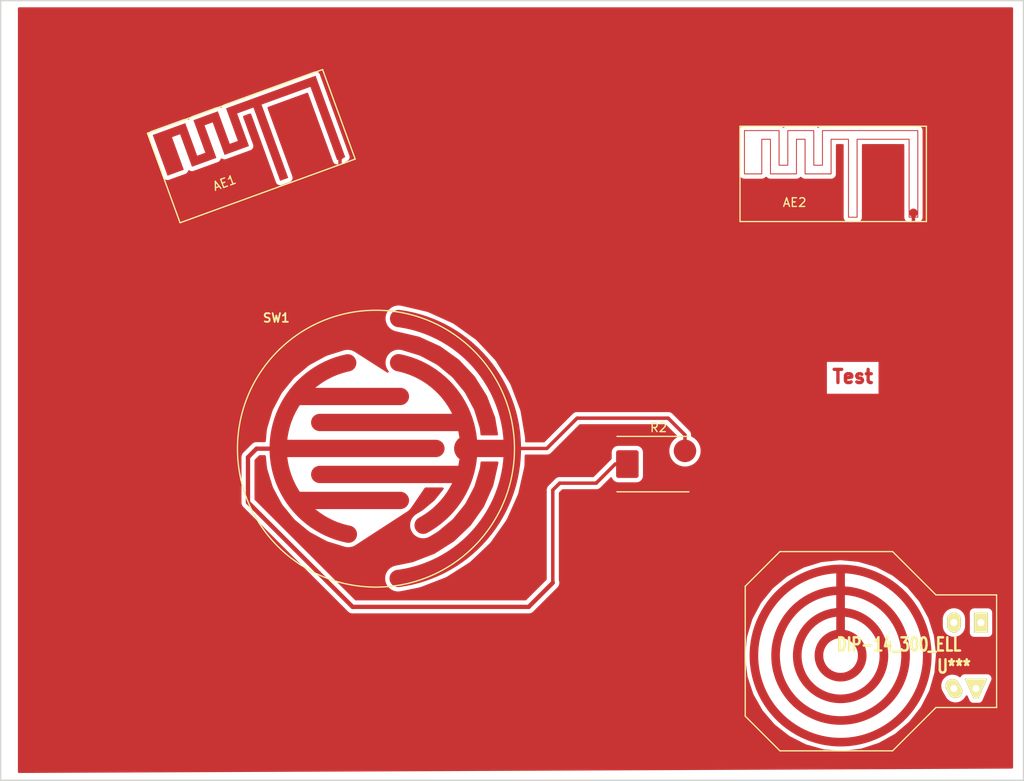
<source format=kicad_pcb>
(kicad_pcb (version 20190331) (host pcbnew "(5.1.0-169-g1fa407f89)")

  (general
    (thickness 1.6)
    (drawings 5)
    (tracks 19)
    (zones 0)
    (modules 5)
    (nets 4)
  )

  (page "A4")
  (layers
    (0 "F.Cu" signal)
    (31 "B.Cu" signal)
    (32 "B.Adhes" user)
    (33 "F.Adhes" user)
    (34 "B.Paste" user)
    (35 "F.Paste" user)
    (36 "B.SilkS" user)
    (37 "F.SilkS" user)
    (38 "B.Mask" user)
    (39 "F.Mask" user)
    (40 "Dwgs.User" user hide)
    (41 "Cmts.User" user)
    (42 "Eco1.User" user)
    (43 "Eco2.User" user)
    (44 "Edge.Cuts" user)
    (45 "Margin" user)
    (46 "B.CrtYd" user)
    (47 "F.CrtYd" user)
    (48 "B.Fab" user)
    (49 "F.Fab" user)
  )

  (setup
    (last_trace_width 0.4)
    (trace_clearance 0.4)
    (zone_clearance 0.5)
    (zone_45_only no)
    (trace_min 0.2)
    (via_size 0.6)
    (via_drill 0.4)
    (via_min_size 0.4)
    (via_min_drill 0.3)
    (uvia_size 0.3)
    (uvia_drill 0.1)
    (uvias_allowed no)
    (uvia_min_size 0.2)
    (uvia_min_drill 0.1)
    (edge_width 0.15)
    (segment_width 0.2)
    (pcb_text_width 0.3)
    (pcb_text_size 1.5 1.5)
    (mod_edge_width 0.15)
    (mod_text_size 1 1)
    (mod_text_width 0.15)
    (pad_size 1 1)
    (pad_drill 0)
    (pad_to_mask_clearance 0.2)
    (aux_axis_origin 0 0)
    (visible_elements 7FFFFFFF)
    (pcbplotparams
      (layerselection 0x000fc_ffffffff)
      (usegerberextensions false)
      (usegerberattributes true)
      (usegerberadvancedattributes true)
      (creategerberjobfile true)
      (excludeedgelayer true)
      (linewidth 0.150000)
      (plotframeref false)
      (viasonmask false)
      (mode 1)
      (useauxorigin false)
      (hpglpennumber 1)
      (hpglpenspeed 20)
      (hpglpendiameter 15.000000)
      (psnegative false)
      (psa4output false)
      (plotreference true)
      (plotvalue true)
      (plotinvisibletext false)
      (padsonsilk false)
      (subtractmaskfromsilk false)
      (outputformat 1)
      (mirror false)
      (drillshape 0)
      (scaleselection 1)
      (outputdirectory "plots"))
  )

  (net 0 "")
  (net 1 "/PAD2")
  (net 2 "/PAD1")
  (net 3 "GND")

  (net_class "Default" "This is the default net class."
    (clearance 0.4)
    (trace_width 0.4)
    (via_dia 0.6)
    (via_drill 0.4)
    (uvia_dia 0.3)
    (uvia_drill 0.1)
    (add_net "/PAD1")
    (add_net "/PAD2")
    (add_net "GND")
  )

  (module "Dip_sockets:DIP-14__300_ELL" (layer "F.Cu") (tedit 5CAA04DA) (tstamp 56AE982A)
    (at 165.9 123.6 180)
    (descr "14 pins DIL package, elliptical pads")
    (tags "DIL")
    (fp_text reference "U***" (at -5.08 -1.27 180) (layer "F.SilkS")
      (effects (font (size 1.524 1.143) (thickness 0.3048)))
    )
    (fp_text value "DIP-14_300_ELL" (at 1.27 1.27 180) (layer "F.SilkS")
      (effects (font (size 1.524 1.143) (thickness 0.3048)))
    )
    (fp_line (start -10 -11) (end 19 -11) (layer "F.CrtYd") (width 0.15))
    (fp_line (start 19 -11) (end 19 12) (layer "F.CrtYd") (width 0.15))
    (fp_line (start 19 12) (end -10 12) (layer "F.CrtYd") (width 0.15))
    (fp_line (start -10 12) (end -10 -11) (layer "F.CrtYd") (width 0.15))
    (fp_line (start -9 -6) (end -3 -6) (layer "F.SilkS") (width 0.15))
    (fp_line (start -3 -6) (end 2 -11) (layer "F.SilkS") (width 0.15))
    (fp_line (start 2 -11) (end 15 -11) (layer "F.SilkS") (width 0.15))
    (fp_line (start 15 -11) (end 19 -7) (layer "F.SilkS") (width 0.15))
    (fp_line (start 19 -7) (end 19 8) (layer "F.SilkS") (width 0.15))
    (fp_line (start 19 8) (end 15 12) (layer "F.SilkS") (width 0.15))
    (fp_line (start 15 12) (end 2 12) (layer "F.SilkS") (width 0.15))
    (fp_line (start 2 12) (end -3 7) (layer "F.SilkS") (width 0.15))
    (fp_line (start -3 7) (end -10 7) (layer "F.SilkS") (width 0.15))
    (fp_line (start -10 7) (end -10 -6) (layer "F.SilkS") (width 0.15))
    (fp_line (start -10 -6) (end -9 -6) (layer "F.SilkS") (width 0.15))
    (pad "3" thru_hole trapezoid (at -7.62 -3.81 180) (size 1.5748 2.286) (rect_delta 0 1 ) (drill 0.8128) (layers *.Cu *.Mask "F.SilkS"))
    (pad "4" thru_hole oval (at -5.08 -3.81 210) (size 1.5748 2.286) (drill 0.8128) (layers *.Cu *.Mask "F.SilkS"))
    (pad "5" connect custom (at 8 10 180) (size 1 1) (layers "F.Cu" "F.Mask")
      (zone_connect 0)
      (options (clearance convexhull) (anchor circle))
      (primitives
        (gr_circle (center 0 -10) (end 2.5 -10) (width 1))
        (gr_circle (center 0 -10) (end 5 -10) (width 1))
        (gr_circle (center 0 -10) (end 7.5 -10) (width 1))
        (gr_circle (center 0 -10) (end 10 -10) (width 1))
        (gr_line (start 0 0) (end 0 -7.5) (width 1))
      ))
    (pad "2" thru_hole oval (at -5.08 3.81 180) (size 1.5748 2.286) (drill 0.8128) (layers *.Cu *.Mask "F.SilkS"))
    (pad "1" thru_hole rect (at -8.2 3.8 180) (size 1.5748 2.286) (drill 0.8128) (layers *.Cu *.Mask "F.SilkS"))
    (model "dil/dil_14.wrl"
      (at (xyz 0 0 0))
      (scale (xyz 1 1 1))
      (rotate (xyz 0 0 0))
    )
  )

  (module "Discret:C2" (layer "F.Cu") (tedit 5A460B95) (tstamp 5A34C6D0)
    (at 104.299 99.72)
    (descr "Condensateur = 2 pas")
    (tags "C")
    (path "/56A7CE3B")
    (fp_text reference "SW1" (at -11.5 -15.1) (layer "F.SilkS")
      (effects (font (size 1 1) (thickness 0.2)))
    )
    (fp_text value "R" (at -13.4 14) (layer "F.SilkS") hide
      (effects (font (size 1.016 1.016) (thickness 0.2032)))
    )
    (fp_circle (center 0 0) (end 11.3 -11.3) (layer "F.SilkS") (width 0.15))
    (fp_circle (center 0 0) (end 17 3) (layer "F.CrtYd") (width 0.05))
    (pad "2" connect custom (at 10.509 -0.025 270) (size 3 3) (layers "F.Cu" "F.Mask")
      (net 1 "/PAD2") (zone_connect 0)
      (options (clearance outline) (anchor circle))
      (primitives
        (gr_line (start 3 0.5) (end 3 17) (width 2))
        (gr_line (start -3 0.5) (end -3 17) (width 2))
        (gr_arc (start 0 9.9) (end -9.9 7.9) (angle 140) (width 2))
        (gr_arc (start 0 9.9) (end -15 7.9) (angle 165) (width 2))
        (gr_line (start 0 0) (end 0 -5) (width 2))
      ))
    (pad "1" connect custom (at -11.081 -0.025 90) (size 1.397 1.397) (layers "F.Cu" "F.Mask")
      (net 2 "/PAD1") (solder_mask_margin 0.5) (zone_connect 0)
      (options (clearance convexhull) (anchor rect))
      (primitives
        (gr_line (start 6 1.9) (end 6 13.9) (width 2))
        (gr_line (start -6 1.9) (end -6 13.9) (width 2))
        (gr_line (start 0 -0.1) (end 0 18) (width 2))
        (gr_arc (start 0 9.9) (end -9.9 7.9) (angle 156.7) (width 2))
      ))
    (model "discret/capa_2pas_5x5mm.wrl"
      (at (xyz 0 0 0))
      (scale (xyz 1 1 1))
      (rotate (xyz 0 0 0))
    )
  )

  (module "Connect:1pin" (layer "F.Cu") (tedit 5A3A4ECB) (tstamp 56AA30DC)
    (at 166.3 72.5)
    (descr "module 1 pin (ou trou mecanique de percage)")
    (tags "DEV")
    (path "/5A3A4EF2")
    (fp_text reference "AE2" (at -13.7 -1.2) (layer "F.SilkS")
      (effects (font (size 1 1) (thickness 0.15)))
    )
    (fp_text value "Antenna" (at 0 2.794) (layer "F.Fab")
      (effects (font (size 1 1) (thickness 0.15)))
    )
    (fp_line (start -20 -10) (end 1.5 -10) (layer "F.SilkS") (width 0.15))
    (fp_line (start 1.5 -10) (end 1.5 1) (layer "F.SilkS") (width 0.15))
    (fp_line (start 1.5 1) (end -20 1) (layer "F.SilkS") (width 0.15))
    (fp_line (start -20 1) (end -20 -10) (layer "F.SilkS") (width 0.15))
    (pad "1" smd custom (at 0 0) (size 1 1) (layers "F.Cu" "F.Paste" "F.Mask")
      (net 3 "GND") (zone_connect 0)
      (options (clearance outline) (anchor circle))
      (primitives
        (gr_line (start -0.4928 -8.5) (end -0.4928 0.5) (width 0.1))
        (gr_line (start -6.4928 -8.5) (end -0.4928 -8.5) (width 0.1))
        (gr_line (start -6.4928 0.5) (end -6.4928 -8.5) (width 0.1))
        (gr_line (start -7.4928 0.5) (end -6.4928 0.5) (width 0.1))
        (gr_line (start -7.4928 -8.5) (end -7.4928 0.5) (width 0.1))
        (gr_line (start -9.4928 -8.5) (end -7.4928 -8.5) (width 0.1))
        (gr_line (start -9.4928 -4.5) (end -9.4928 -8.5) (width 0.1))
        (gr_line (start -12.4928 -4.5) (end -9.4928 -4.5) (width 0.1))
        (gr_line (start -12.4928 -8.5) (end -12.4928 -4.5) (width 0.1))
        (gr_line (start -13.4928 -8.5) (end -12.4928 -8.5) (width 0.1))
        (gr_line (start -13.4928 -4.5) (end -13.4928 -8.5) (width 0.1))
        (gr_line (start -16.4928 -4.5) (end -13.4928 -4.5) (width 0.1))
        (gr_line (start -16.4928 -8.5) (end -16.4928 -4.5) (width 0.1))
        (gr_line (start -17.4928 -8.5) (end -16.4928 -8.5) (width 0.1))
        (gr_line (start -17.4928 -4.5) (end -17.4928 -8.5) (width 0.1))
        (gr_line (start -19.4928 -4.5) (end -17.4928 -4.5) (width 0.1))
        (gr_line (start -19.4928 -9.5) (end -19.4928 -4.5) (width 0.1))
        (gr_line (start -15.4928 -9.5) (end -19.4928 -9.5) (width 0.1))
        (gr_line (start -15.4928 -5.5) (end -15.4928 -9.5) (width 0.1))
        (gr_line (start -14.4928 -5.5) (end -15.4928 -5.5) (width 0.1))
        (gr_line (start -14.4928 -9.5) (end -14.4928 -5.5) (width 0.1))
        (gr_line (start -11.4928 -9.5) (end -14.4928 -9.5) (width 0.1))
        (gr_line (start -11.4928 -5.5) (end -11.4928 -9.5) (width 0.1))
        (gr_line (start -10.4928 -5.5) (end -11.4928 -5.5) (width 0.1))
        (gr_line (start -10.4928 -9.5) (end -10.4928 -5.5) (width 0.1))
        (gr_line (start 0.5072 -9.5) (end -10.4928 -9.5) (width 0.1))
        (gr_line (start 0.5072 0.5) (end 0.5072 -9.5) (width 0.1))
        (gr_line (start -0.4928 0.5) (end 0.5072 0.5) (width 0.1))
      ))
  )

  (module "Connect:1pin" (layer "F.Cu") (tedit 5A3A4EC4) (tstamp 56AA42FE)
    (at 100.15 65.86 20)
    (descr "module 1 pin (ou trou mecanique de percage)")
    (tags "DEV")
    (path "/5A3A4E22")
    (fp_text reference "AE1" (at -13.619 -1.567 20) (layer "F.SilkS")
      (effects (font (size 1 1) (thickness 0.15)))
    )
    (fp_text value "Antenna" (at -2.2 2.7 20) (layer "F.Fab")
      (effects (font (size 1 1) (thickness 0.15)))
    )
    (fp_line (start -20 -10) (end 1.5 -10) (layer "F.SilkS") (width 0.15))
    (fp_line (start 1.5 -10) (end 1.5 1) (layer "F.SilkS") (width 0.15))
    (fp_line (start 1.5 1) (end -20 1) (layer "F.SilkS") (width 0.15))
    (fp_line (start -20 1) (end -20 -10) (layer "F.SilkS") (width 0.15))
    (pad "1" connect custom (at 0 0 20) (size 1 1) (layers "F.Cu" "F.Mask")
      (net 3 "GND") (zone_connect 0)
      (options (clearance outline) (anchor circle))
      (primitives
        (gr_poly (pts
           (xy 0.5 0.4) (xy 0.5 -9.6) (xy -10.5 -9.6) (xy -10.5 -5.6) (xy -11.5 -5.6)
           (xy -11.5 -9.6) (xy -14.5 -9.6) (xy -14.5 -5.6) (xy -15.5 -5.6) (xy -15.5 -9.6)
           (xy -19.5 -9.6) (xy -19.5 -4.6) (xy -17.5 -4.6) (xy -17.5 -8.6) (xy -16.5 -8.6)
           (xy -16.5 -4.6) (xy -13.5 -4.6) (xy -13.5 -8.6) (xy -12.5 -8.6) (xy -12.5 -4.6)
           (xy -9.5 -4.6) (xy -9.5 -8.6) (xy -7.5 -8.6) (xy -7.5 0.4) (xy -6.5 0.4)
           (xy -6.5 -8.6) (xy -0.5 -8.6) (xy -0.5 0.4)) (width 0))
      ))
  )

  (module "Diodes_SMD:DO-214AB" (layer "F.Cu") (tedit 589B2E08) (tstamp 56A72D3C)
    (at 136.9 101.5)
    (descr "Jedec DO-214AB diode package. Designed according to Fairchild SS32 datasheet.")
    (tags "DO-214AB diode")
    (path "/56A7CEC8")
    (attr smd)
    (fp_text reference "R2" (at 0 -4.2) (layer "F.SilkS")
      (effects (font (size 1 1) (thickness 0.15)))
    )
    (fp_text value "R" (at 0 4.6) (layer "F.Fab")
      (effects (font (size 1 1) (thickness 0.15)))
    )
    (fp_line (start -5.15 -3.45) (end 5.15 -3.45) (layer "F.CrtYd") (width 0.05))
    (fp_line (start 5.15 -3.45) (end 5.15 3.45) (layer "F.CrtYd") (width 0.05))
    (fp_line (start 5.15 3.45) (end -5.15 3.45) (layer "F.CrtYd") (width 0.05))
    (fp_line (start -5.15 3.45) (end -5.15 -3.45) (layer "F.CrtYd") (width 0.05))
    (fp_line (start 3.5 3.2) (end -4.8 3.2) (layer "F.SilkS") (width 0.15))
    (fp_line (start -4.8 -3.2) (end 3.5 -3.2) (layer "F.SilkS") (width 0.15))
    (pad "1" smd roundrect (at -3.6 0) (size 2.6 3.2) (layers "F.Cu" "F.Paste" "F.Mask") (roundrect_rratio 0.1)
      (net 2 "/PAD1"))
    (pad "2" smd circle (at 3.048 -1.524) (size 2.6 2.6) (layers "F.Cu" "F.Paste" "F.Mask")
      (net 1 "/PAD2"))
    (model "Diodes_SMD.3dshapes/DO-214AB.wrl"
      (at (xyz 0 0 0))
      (scale (xyz 0.39 0.39 0.39))
      (rotate (xyz 0 0 180))
    )
  )

  (gr_text "Test" (at 159.3 91.4) (layer "F.Cu")
    (effects (font (size 1.524 1.524) (thickness 0.381)))
  )
  (gr_line (start 61 138) (end 61 48) (angle 90) (layer "Edge.Cuts") (width 0.15))
  (gr_line (start 179 138) (end 61 138) (angle 90) (layer "Edge.Cuts") (width 0.15))
  (gr_line (start 179 48) (end 179 138) (angle 90) (layer "Edge.Cuts") (width 0.15))
  (gr_line (start 61 48) (end 179 48) (angle 90) (layer "Edge.Cuts") (width 0.15))

  (segment (start 138.010477 96.2) (end 127.5 96.2) (width 0.4) (layer "F.Cu") (net 1))
  (segment (start 114.808 99.695) (end 124.005 99.695) (width 0.4) (layer "F.Cu") (net 1))
  (segment (start 124.005 99.695) (end 127.5 96.2) (width 0.4) (layer "F.Cu") (net 1))
  (segment (start 139.948 99.976) (end 139.948 98.137523) (width 0.4) (layer "F.Cu") (net 1))
  (segment (start 139.948 98.137523) (end 138.010477 96.2) (width 0.4) (layer "F.Cu") (net 1))
  (segment (start 124.7 115.2) (end 121.917 117.983) (width 0.5) (layer "F.Cu") (net 2))
  (segment (start 125.5 103.7) (end 124.7 104.5) (width 0.4) (layer "F.Cu") (net 2))
  (segment (start 124.7 104.5) (end 124.7 115.2) (width 0.4) (layer "F.Cu") (net 2))
  (segment (start 129.7 103.7) (end 125.5 103.7) (width 0.4) (layer "F.Cu") (net 2))
  (segment (start 133.3 101.5) (end 131.9 101.5) (width 0.4) (layer "F.Cu") (net 2))
  (segment (start 131.9 101.5) (end 129.7 103.7) (width 0.4) (layer "F.Cu") (net 2))
  (segment (start 121.917 117.983) (end 101.6 117.983) (width 0.5) (layer "F.Cu") (net 2))
  (segment (start 101.6 117.983) (end 89.535 105.918) (width 0.5) (layer "F.Cu") (net 2))
  (segment (start 89.535 105.918) (end 89.535 100.711) (width 0.5) (layer "F.Cu") (net 2))
  (segment (start 89.535 100.711) (end 90.526 99.72) (width 0.5) (layer "F.Cu") (net 2))
  (segment (start 90.526 99.72) (end 93.799 99.72) (width 0.5) (layer "F.Cu") (net 2))
  (segment (start 166.3 72.5) (end 166.3 75.5) (width 0.4) (layer "F.Cu") (net 3))
  (segment (start 100.15 68.65) (end 101.6 70.1) (width 0.4) (layer "F.Cu") (net 3))
  (segment (start 100.15 65.86) (end 100.15 68.65) (width 0.4) (layer "F.Cu") (net 3))

  (zone (net 3) (net_name "GND") (layer "F.Cu") (tstamp 589B2DB1) (hatch edge 0.508)
    (connect_pads (clearance 0.5))
    (min_thickness 0.254)
    (fill yes (arc_segments 16) (thermal_gap 0.508) (thermal_bridge_width 0.508))
    (polygon
      (pts
        (xy 62.992 48.768) (xy 177.8 48.768) (xy 177.8 136.652) (xy 62.992 137.16)
      )
    )
    (filled_polygon
      (pts
        (xy 177.673 136.52556) (xy 63.119 137.032437) (xy 63.119 123.608797) (xy 146.770027 123.608797) (xy 146.774121 123.901974)
        (xy 146.779028 123.972141) (xy 147.035866 126.005223) (xy 147.063108 126.125129) (xy 147.709949 128.069605) (xy 147.759962 128.181935)
        (xy 148.772168 129.963739) (xy 148.843046 130.064216) (xy 150.182062 131.615482) (xy 150.271107 131.700279) (xy 151.885931 132.961917)
        (xy 151.989751 133.027802) (xy 153.818874 133.951759) (xy 153.933514 133.996225) (xy 155.907266 134.547306) (xy 156.028358 134.568658)
        (xy 158.071559 134.725874) (xy 158.194493 134.723299) (xy 160.229319 134.480661) (xy 160.349412 134.454257) (xy 162.298356 133.821007)
        (xy 162.411033 133.77178) (xy 164.19986 132.772038) (xy 164.30083 132.701862) (xy 165.861406 131.373708) (xy 165.946822 131.285257)
        (xy 167.219703 129.67928) (xy 167.286311 129.575923) (xy 168.223015 127.753295) (xy 168.268281 127.638969) (xy 168.448896 127.009087)
        (xy 169.384001 127.009087) (xy 169.393117 127.287549) (xy 169.456383 127.558883) (xy 169.542555 127.74907) (xy 169.967633 128.485328)
        (xy 170.089253 128.655049) (xy 170.292602 128.845506) (xy 170.5292 128.992632) (xy 170.789955 129.090775) (xy 171.064845 129.136158)
        (xy 171.343308 129.127043) (xy 171.614642 129.063777) (xy 171.868421 128.948792) (xy 172.09489 128.786506) (xy 172.285347 128.583157)
        (xy 172.432473 128.346559) (xy 172.442714 128.31935) (xy 172.655379 128.805503) (xy 172.708747 128.903028) (xy 172.787099 128.998501)
        (xy 172.882572 129.076853) (xy 172.991497 129.135075) (xy 173.109687 129.170927) (xy 173.2326 129.183033) (xy 173.8074 129.183033)
        (xy 173.918139 129.173225) (xy 174.037011 129.139703) (xy 174.147059 129.083635) (xy 174.244054 129.007175) (xy 174.324269 128.913261)
        (xy 174.384621 128.805503) (xy 175.384621 126.519503) (xy 175.425327 126.389913) (xy 175.437433 126.267) (xy 175.425327 126.144087)
        (xy 175.389475 126.025897) (xy 175.331253 125.916972) (xy 175.252901 125.821499) (xy 175.157428 125.743147) (xy 175.048503 125.684925)
        (xy 174.930313 125.649073) (xy 174.8074 125.636967) (xy 172.2326 125.636967) (xy 172.097559 125.651609) (xy 171.980097 125.689779)
        (xy 171.872339 125.750131) (xy 171.778425 125.830346) (xy 171.701965 125.927341) (xy 171.674535 125.981179) (xy 171.667398 125.974494)
        (xy 171.4308 125.827368) (xy 171.170045 125.729226) (xy 170.895154 125.683842) (xy 170.616692 125.692958) (xy 170.345358 125.756224)
        (xy 170.09158 125.871209) (xy 169.86511 126.033494) (xy 169.674653 126.236843) (xy 169.527527 126.473441) (xy 169.429385 126.734196)
        (xy 169.384001 127.009087) (xy 168.448896 127.009087) (xy 168.833128 125.669112) (xy 168.855324 125.548171) (xy 169.003354 123.785359)
        (xy 169.026802 123.506115) (xy 169.025085 123.383168) (xy 168.796658 121.346698) (xy 168.771092 121.226424) (xy 168.180589 119.364922)
        (xy 169.5656 119.364922) (xy 169.5656 120.215077) (xy 169.586066 120.42287) (xy 169.666943 120.689485) (xy 169.79828 120.935199)
        (xy 169.975029 121.15057) (xy 170.1904 121.32732) (xy 170.436114 121.458657) (xy 170.702729 121.539534) (xy 170.98 121.566843)
        (xy 171.25727 121.539534) (xy 171.523885 121.458657) (xy 171.769599 121.32732) (xy 171.98497 121.150571) (xy 172.16172 120.9352)
        (xy 172.293057 120.689486) (xy 172.373934 120.422871) (xy 172.3944 120.215078) (xy 172.3944 119.364923) (xy 172.373934 119.15713)
        (xy 172.293057 118.890514) (xy 172.168242 118.657) (xy 172.682567 118.657) (xy 172.682567 120.943) (xy 172.694673 121.065913)
        (xy 172.730525 121.184103) (xy 172.788747 121.293028) (xy 172.867099 121.388501) (xy 172.962572 121.466853) (xy 173.071497 121.525075)
        (xy 173.189687 121.560927) (xy 173.3126 121.573033) (xy 174.8874 121.573033) (xy 175.010313 121.560927) (xy 175.128503 121.525075)
        (xy 175.237428 121.466853) (xy 175.332901 121.388501) (xy 175.411253 121.293028) (xy 175.469475 121.184103) (xy 175.505327 121.065913)
        (xy 175.517433 120.943) (xy 175.517433 118.657) (xy 175.505327 118.534087) (xy 175.469475 118.415897) (xy 175.411253 118.306972)
        (xy 175.332901 118.211499) (xy 175.237428 118.133147) (xy 175.128503 118.074925) (xy 175.010313 118.039073) (xy 174.8874 118.026967)
        (xy 173.3126 118.026967) (xy 173.189687 118.039073) (xy 173.071497 118.074925) (xy 172.962572 118.133147) (xy 172.867099 118.211499)
        (xy 172.788747 118.306972) (xy 172.730525 118.415897) (xy 172.694673 118.534087) (xy 172.682567 118.657) (xy 172.168242 118.657)
        (xy 172.16172 118.6448) (xy 171.984971 118.429429) (xy 171.7696 118.25268) (xy 171.523886 118.121343) (xy 171.257271 118.040466)
        (xy 170.98 118.013157) (xy 170.70273 118.040466) (xy 170.436115 118.121343) (xy 170.190401 118.25268) (xy 169.97503 118.429429)
        (xy 169.79828 118.6448) (xy 169.666943 118.890514) (xy 169.586066 119.157129) (xy 169.5656 119.364922) (xy 168.180589 119.364922)
        (xy 168.151463 119.273107) (xy 168.103024 119.160089) (xy 167.115795 117.364325) (xy 167.046326 117.262868) (xy 165.729099 115.693059)
        (xy 165.641247 115.607028) (xy 164.044196 114.322966) (xy 163.941306 114.255637) (xy 162.125261 113.306232) (xy 162.011254 113.26017)
        (xy 160.045389 112.681584) (xy 159.924606 112.658543) (xy 157.969346 112.473429) (xy 157.949009 112.472374) (xy 157.850991 112.472374)
        (xy 157.760841 112.473673) (xy 155.722826 112.687877) (xy 155.602376 112.712602) (xy 153.64478 113.318579) (xy 153.531427 113.366228)
        (xy 151.728816 114.340896) (xy 151.626876 114.409655) (xy 150.047908 115.715891) (xy 149.961266 115.803141) (xy 148.666086 117.391189)
        (xy 148.59804 117.493606) (xy 147.63598 119.302978) (xy 147.589123 119.416661) (xy 146.996827 121.378439) (xy 146.972944 121.499058)
        (xy 146.772973 123.538519) (xy 146.770027 123.608797) (xy 63.119 123.608797) (xy 63.119 100.711) (xy 88.653757 100.711)
        (xy 88.658001 100.754089) (xy 88.658 105.87492) (xy 88.653757 105.918) (xy 88.67069 106.089922) (xy 88.720838 106.255236)
        (xy 88.802273 106.407591) (xy 88.911867 106.541133) (xy 88.945332 106.568597) (xy 100.949403 118.572668) (xy 100.976867 118.606133)
        (xy 101.110408 118.715727) (xy 101.262763 118.797162) (xy 101.428077 118.84731) (xy 101.6 118.864243) (xy 101.643079 118.86)
        (xy 121.873921 118.86) (xy 121.917 118.864243) (xy 121.960079 118.86) (xy 122.088922 118.84731) (xy 122.254237 118.797162)
        (xy 122.406592 118.715727) (xy 122.540133 118.606133) (xy 122.567597 118.572668) (xy 125.350593 115.789672) (xy 125.432726 115.689593)
        (xy 125.514161 115.537238) (xy 125.564309 115.371923) (xy 125.581242 115.200001) (xy 125.564309 115.028078) (xy 125.527 114.905088)
        (xy 125.527 104.842553) (xy 125.842554 104.527) (xy 129.659386 104.527) (xy 129.7 104.531) (xy 129.740614 104.527)
        (xy 129.740624 104.527) (xy 129.86212 104.515034) (xy 130.01801 104.467745) (xy 130.161679 104.390952) (xy 130.287606 104.287606)
        (xy 130.313505 104.256048) (xy 131.426367 103.143186) (xy 131.437717 103.180601) (xy 131.519965 103.334476) (xy 131.630652 103.469348)
        (xy 131.765524 103.580035) (xy 131.919399 103.662283) (xy 132.086363 103.712931) (xy 132.26 103.730033) (xy 134.34 103.730033)
        (xy 134.513637 103.712931) (xy 134.680601 103.662283) (xy 134.834476 103.580035) (xy 134.969348 103.469348) (xy 135.080035 103.334476)
        (xy 135.162283 103.180601) (xy 135.212931 103.013637) (xy 135.230033 102.84) (xy 135.230033 100.16) (xy 135.212931 99.986363)
        (xy 135.162283 99.819399) (xy 135.080035 99.665524) (xy 134.969348 99.530652) (xy 134.834476 99.419965) (xy 134.680601 99.337717)
        (xy 134.513637 99.287069) (xy 134.34 99.269967) (xy 132.26 99.269967) (xy 132.086363 99.287069) (xy 131.919399 99.337717)
        (xy 131.765524 99.419965) (xy 131.630652 99.530652) (xy 131.519965 99.665524) (xy 131.437717 99.819399) (xy 131.387069 99.986363)
        (xy 131.369967 100.16) (xy 131.369967 100.865145) (xy 131.343948 100.886498) (xy 131.312394 100.912394) (xy 131.286499 100.943947)
        (xy 129.357447 102.873) (xy 125.540614 102.873) (xy 125.5 102.869) (xy 125.459386 102.873) (xy 125.459376 102.873)
        (xy 125.33788 102.884966) (xy 125.18199 102.932255) (xy 125.168464 102.939485) (xy 125.03832 103.009048) (xy 124.975914 103.060264)
        (xy 124.912394 103.112394) (xy 124.886499 103.143947) (xy 124.143952 103.886495) (xy 124.112394 103.912394) (xy 124.086498 103.943949)
        (xy 124.009048 104.038321) (xy 123.990931 104.072216) (xy 123.932255 104.181991) (xy 123.884966 104.337881) (xy 123.873 104.459377)
        (xy 123.873 104.459386) (xy 123.869 104.5) (xy 123.873 104.540614) (xy 123.873001 114.786734) (xy 121.553735 117.106)
        (xy 101.963265 117.106) (xy 90.412 105.554735) (xy 90.412 101.074265) (xy 90.889265 100.597) (xy 91.467784 100.597)
        (xy 91.594774 101.851804) (xy 91.603956 101.912673) (xy 91.636801 102.081977) (xy 91.652285 102.146086) (xy 91.656269 102.159468)
        (xy 91.657538 102.163677) (xy 92.233156 104.048934) (xy 92.253986 104.106858) (xy 92.319092 104.266565) (xy 92.346747 104.32647)
        (xy 92.353255 104.338823) (xy 92.355303 104.342678) (xy 93.286141 106.080225) (xy 93.317824 106.132999) (xy 93.412712 106.27702)
        (xy 93.45146 106.330392) (xy 93.460243 106.341246) (xy 93.463016 106.344649) (xy 94.713617 107.868304) (xy 94.754948 107.91392)
        (xy 94.875998 108.036764) (xy 94.924387 108.081604) (xy 94.935111 108.090545) (xy 94.938482 108.093337) (xy 96.461213 109.345065)
        (xy 96.510617 109.381783) (xy 96.653226 109.478778) (xy 96.709403 109.513365) (xy 96.72166 109.520053) (xy 96.725507 109.522135)
        (xy 98.462366 110.454257) (xy 98.517962 110.480681) (xy 98.676693 110.548128) (xy 98.738506 110.571142) (xy 98.751828 110.575322)
        (xy 98.756018 110.57662) (xy 100.640847 111.153633) (xy 100.700517 111.168755) (xy 100.891818 111.207401) (xy 101.014141 111.219872)
        (xy 101.209306 111.220626) (xy 101.331729 111.2091) (xy 101.523323 111.171931) (xy 101.641169 111.136847) (xy 101.821894 111.063173)
        (xy 101.930686 111.005865) (xy 107.967174 107.084208) (xy 108.069592 107.016162) (xy 108.220834 106.892812) (xy 108.308083 106.806171)
        (xy 108.432487 106.655793) (xy 110.025172 104.325034) (xy 111.987153 104.325034) (xy 111.970886 104.35586) (xy 110.931072 105.638953)
        (xy 109.631009 106.72131) (xy 108.890759 107.172784) (xy 108.839835 107.207365) (xy 108.683926 107.324761) (xy 108.593385 107.407956)
        (xy 108.463247 107.553399) (xy 108.390591 107.652594) (xy 108.29118 107.820545) (xy 108.239171 107.93197) (xy 108.174277 108.11603)
        (xy 108.144903 108.23543) (xy 108.116995 108.428591) (xy 108.111371 108.551424) (xy 108.121513 108.746325) (xy 108.139855 108.867911)
        (xy 108.187661 109.057132) (xy 108.22927 109.172838) (xy 108.312918 109.349169) (xy 108.37621 109.454592) (xy 108.492515 109.611317)
        (xy 108.575074 109.702435) (xy 108.719605 109.833586) (xy 108.818297 109.906938) (xy 108.98555 110.007517) (xy 109.096603 110.060299)
        (xy 109.280206 110.126477) (xy 109.399398 110.156684) (xy 109.592358 110.18594) (xy 109.715149 110.192421) (xy 109.910118 110.18364)
        (xy 110.031828 110.166147) (xy 110.221377 110.119664) (xy 110.337372 110.078865) (xy 110.514283 109.99645) (xy 110.57256 109.965488)
        (xy 110.584531 109.9583) (xy 110.588257 109.956045) (xy 111.430702 109.442242) (xy 111.481628 109.407661) (xy 111.518777 109.379689)
        (xy 111.557611 109.354103) (xy 111.610736 109.314964) (xy 111.621528 109.306105) (xy 111.62489 109.303326) (xy 113.139777 108.042119)
        (xy 113.185102 108.000471) (xy 113.24566 107.939107) (xy 113.3071 107.878564) (xy 113.351596 107.82987) (xy 113.360462 107.819084)
        (xy 113.363235 107.815687) (xy 114.604302 106.284255) (xy 114.640674 106.234598) (xy 114.688162 106.162637) (xy 114.736673 106.091311)
        (xy 114.770857 106.034913) (xy 114.777459 106.022611) (xy 114.779522 106.018733) (xy 115.699496 104.27541) (xy 115.725531 104.219633)
        (xy 115.758133 104.139829) (xy 115.791869 104.060434) (xy 115.81445 103.998462) (xy 115.818537 103.985111) (xy 115.819807 103.98091)
        (xy 116.383647 102.092097) (xy 116.398353 102.032322) (xy 116.414839 101.947673) (xy 116.432504 101.863273) (xy 116.442617 101.798101)
        (xy 116.444033 101.784211) (xy 116.444464 101.779837) (xy 116.487625 101.325034) (xy 118.298314 101.325034) (xy 118.296642 101.38511)
        (xy 117.713382 103.953448) (xy 116.642365 106.359599) (xy 115.124389 108.511893) (xy 113.217285 110.328342) (xy 110.993667 111.739784)
        (xy 108.5182 112.700222) (xy 106.533309 113.104245) (xy 106.473663 113.119454) (xy 106.287131 113.176858) (xy 106.1737 113.22432)
        (xy 106.001869 113.316862) (xy 105.899817 113.385452) (xy 105.749233 113.509607) (xy 105.662444 113.596715) (xy 105.538845 113.747753)
        (xy 105.470632 113.850055) (xy 105.378722 114.022225) (xy 105.331677 114.135831) (xy 105.274959 114.322573) (xy 105.250876 114.443156)
        (xy 105.231511 114.637359) (xy 105.231308 114.760314) (xy 105.250031 114.95458) (xy 105.273716 115.075245) (xy 105.329817 115.262173)
        (xy 105.376485 115.37593) (xy 105.467825 115.548403) (xy 105.535703 115.650934) (xy 105.658804 115.80238) (xy 105.7453 115.889771)
        (xy 105.895471 116.014422) (xy 105.997298 116.08335) (xy 106.168822 116.176459) (xy 106.282096 116.224295) (xy 106.468438 116.282315)
        (xy 106.588843 116.307239) (xy 106.782906 116.327961) (xy 106.905865 116.329023) (xy 107.100257 116.311656) (xy 107.165574 116.302352)
        (xy 107.179275 116.299662) (xy 107.18356 116.298805) (xy 109.303983 115.867194) (xy 109.363626 115.851986) (xy 109.425707 115.832881)
        (xy 109.488516 115.81628) (xy 109.551327 115.796106) (xy 109.564379 115.791146) (xy 109.568461 115.789578) (xy 112.321881 114.7213)
        (xy 112.378111 114.696259) (xy 112.45511 114.657355) (xy 112.532585 114.619559) (xy 112.590261 114.587582) (xy 112.602101 114.580182)
        (xy 112.605823 114.577838) (xy 115.099309 112.995097) (xy 115.149604 112.959611) (xy 115.21758 112.906492) (xy 115.286239 112.854367)
        (xy 115.336614 112.811788) (xy 115.346791 112.802229) (xy 115.349978 112.799215) (xy 117.488552 110.762296) (xy 117.530997 110.717716)
        (xy 117.587289 110.652489) (xy 117.644588 110.587939) (xy 117.685733 110.536386) (xy 117.693859 110.525033) (xy 117.696399 110.521458)
        (xy 119.398607 108.107947) (xy 119.431587 108.055968) (xy 119.47419 107.980955) (xy 119.517803 107.906604) (xy 119.548145 107.848058)
        (xy 119.553912 107.835342) (xy 119.555718 107.831322) (xy 120.756719 105.133149) (xy 120.778973 105.075758) (xy 120.806183 104.993935)
        (xy 120.834538 104.912486) (xy 120.852931 104.849153) (xy 120.856118 104.835559) (xy 120.857106 104.831278) (xy 121.511157 101.951215)
        (xy 121.521841 101.890592) (xy 121.532634 101.805087) (xy 121.544635 101.719641) (xy 121.550376 101.653946) (xy 121.550862 101.639993)
        (xy 121.551 101.635594) (xy 121.582001 100.522) (xy 123.964386 100.522) (xy 124.005 100.526) (xy 124.045614 100.522)
        (xy 124.045624 100.522) (xy 124.16712 100.510034) (xy 124.32301 100.462745) (xy 124.466679 100.385952) (xy 124.592606 100.282606)
        (xy 124.618505 100.251048) (xy 127.842555 97.027) (xy 137.667924 97.027) (xy 138.9597 98.318778) (xy 138.719609 98.479201)
        (xy 138.451201 98.747609) (xy 138.240315 99.063223) (xy 138.095053 99.413915) (xy 138.021 99.786207) (xy 138.021 100.165793)
        (xy 138.095053 100.538085) (xy 138.240315 100.888777) (xy 138.451201 101.204391) (xy 138.719609 101.472799) (xy 139.035223 101.683685)
        (xy 139.385915 101.828947) (xy 139.758207 101.903) (xy 140.137793 101.903) (xy 140.510085 101.828947) (xy 140.860777 101.683685)
        (xy 141.176391 101.472799) (xy 141.444799 101.204391) (xy 141.655685 100.888777) (xy 141.800947 100.538085) (xy 141.875 100.165793)
        (xy 141.875 99.786207) (xy 141.800947 99.413915) (xy 141.655685 99.063223) (xy 141.444799 98.747609) (xy 141.176391 98.479201)
        (xy 140.860777 98.268315) (xy 140.775 98.232785) (xy 140.775 98.178133) (xy 140.779 98.137522) (xy 140.775 98.096911)
        (xy 140.775 98.096899) (xy 140.763034 97.975403) (xy 140.715745 97.819513) (xy 140.69245 97.77593) (xy 140.638952 97.675842)
        (xy 140.561502 97.58147) (xy 140.561496 97.581464) (xy 140.535606 97.549917) (xy 140.504058 97.524026) (xy 138.623982 95.643952)
        (xy 138.598083 95.612394) (xy 138.472156 95.509048) (xy 138.328487 95.432255) (xy 138.172597 95.384966) (xy 138.051101 95.373)
        (xy 138.051091 95.373) (xy 138.010477 95.369) (xy 137.969863 95.373) (xy 127.54061 95.373) (xy 127.499999 95.369)
        (xy 127.459388 95.373) (xy 127.459376 95.373) (xy 127.33788 95.384966) (xy 127.18199 95.432255) (xy 127.141301 95.454004)
        (xy 127.038319 95.509049) (xy 126.943947 95.586498) (xy 126.943941 95.586504) (xy 126.912394 95.612394) (xy 126.886504 95.643941)
        (xy 123.662447 98.868) (xy 121.628047 98.868) (xy 121.633188 98.683343) (xy 121.631893 98.621801) (xy 121.62587 98.53578)
        (xy 121.621047 98.449672) (xy 121.613917 98.3841) (xy 121.611683 98.370317) (xy 121.610966 98.365992) (xy 121.118159 95.454004)
        (xy 121.104935 95.393886) (xy 121.082337 95.310743) (xy 121.060864 95.227144) (xy 121.041138 95.164219) (xy 121.03627 95.151133)
        (xy 121.034722 95.147014) (xy 119.985692 92.386203) (xy 119.961044 92.329801) (xy 119.92272 92.252615) (xy 119.885426 92.174795)
        (xy 119.85385 92.116893) (xy 119.846533 92.105002) (xy 119.844216 92.101267) (xy 118.278922 89.596792) (xy 118.267576 89.58047)
        (xy 156.1965 89.58047) (xy 156.1965 93.50147) (xy 162.4035 93.50147) (xy 162.4035 89.58047) (xy 156.1965 89.58047)
        (xy 118.267576 89.58047) (xy 118.243788 89.546251) (xy 118.191197 89.477974) (xy 118.1395 89.408882) (xy 118.097258 89.358194)
        (xy 118.08777 89.347951) (xy 118.084795 89.344761) (xy 116.062856 87.192018) (xy 116.018572 87.149262) (xy 115.953683 87.092467)
        (xy 115.889591 87.034769) (xy 115.838324 86.993262) (xy 115.827028 86.985057) (xy 115.823472 86.982494) (xy 113.421904 85.26348)
        (xy 113.370162 85.230141) (xy 113.29554 85.187067) (xy 113.221394 85.142877) (xy 113.163012 85.112105) (xy 113.150337 85.106251)
        (xy 113.146383 85.104442) (xy 110.456661 83.884633) (xy 110.399431 83.86198) (xy 110.31785 83.834216) (xy 110.236545 83.805273)
        (xy 110.173312 83.786431) (xy 110.159741 83.78315) (xy 110.155497 83.78214) (xy 107.280071 83.107999) (xy 107.219528 83.096893)
        (xy 107.026074 83.071099) (xy 106.903186 83.066819) (xy 106.708407 83.079092) (xy 106.587031 83.098762) (xy 106.398344 83.148634)
        (xy 106.283098 83.191506) (xy 106.107693 83.277077) (xy 106.00297 83.341517) (xy 105.847525 83.459529) (xy 105.757314 83.543081)
        (xy 105.627752 83.689037) (xy 105.555484 83.788525) (xy 105.45674 83.956868) (xy 105.405176 84.068489) (xy 105.341009 84.252805)
        (xy 105.312106 84.372326) (xy 105.284963 84.565595) (xy 105.279826 84.688444) (xy 105.290738 84.883305) (xy 105.309561 85.004821)
        (xy 105.358115 85.19385) (xy 105.400179 85.309388) (xy 105.484523 85.485387) (xy 105.548233 85.590561) (xy 105.665157 85.746825)
        (xy 105.748075 85.837616) (xy 105.893123 85.968194) (xy 105.992101 86.041153) (xy 106.15975 86.141071) (xy 106.271014 86.193415)
        (xy 106.454878 86.258867) (xy 106.518114 86.27771) (xy 106.531685 86.280991) (xy 106.535929 86.282001) (xy 109.255747 86.91966)
        (xy 111.654354 88.007447) (xy 113.795995 89.540407) (xy 115.599097 91.460156) (xy 116.994977 93.693569) (xy 117.930466 96.155568)
        (xy 118.253601 98.064966) (xy 116.484537 98.064966) (xy 116.431226 97.538196) (xy 116.422044 97.477327) (xy 116.405021 97.392742)
        (xy 116.389199 97.308023) (xy 116.373715 97.243914) (xy 116.369731 97.230532) (xy 116.368462 97.226323) (xy 115.792844 95.341066)
        (xy 115.772014 95.283142) (xy 115.738913 95.20354) (xy 115.706908 95.123435) (xy 115.679253 95.06353) (xy 115.672745 95.051177)
        (xy 115.670697 95.047322) (xy 114.739859 93.309775) (xy 114.708176 93.257001) (xy 114.660239 93.185336) (xy 114.613288 93.11298)
        (xy 114.57454 93.059608) (xy 114.565757 93.048754) (xy 114.562984 93.045351) (xy 113.312383 91.521696) (xy 113.271052 91.47608)
        (xy 113.210133 91.415116) (xy 113.150002 91.353236) (xy 113.101613 91.308396) (xy 113.090889 91.299455) (xy 113.087518 91.296663)
        (xy 111.564787 90.044935) (xy 111.515383 90.008217) (xy 111.443795 89.960255) (xy 111.372774 89.911222) (xy 111.316597 89.876635)
        (xy 111.30434 89.869947) (xy 111.300493 89.867865) (xy 109.563634 88.935743) (xy 109.508038 88.909319) (xy 109.428485 88.87617)
        (xy 109.349307 88.841872) (xy 109.287494 88.818858) (xy 109.274172 88.814678) (xy 109.269982 88.81338) (xy 107.385153 88.236367)
        (xy 107.325483 88.221245) (xy 107.134182 88.182599) (xy 107.011859 88.170128) (xy 106.816694 88.169374) (xy 106.694271 88.1809)
        (xy 106.502677 88.218069) (xy 106.384831 88.253153) (xy 106.204106 88.326827) (xy 106.095314 88.384135) (xy 105.93234 88.49151)
        (xy 105.836751 88.568858) (xy 105.697738 88.705843) (xy 105.618998 88.800279) (xy 105.509238 88.961656) (xy 105.450336 89.069594)
        (xy 105.374012 89.249217) (xy 105.337198 89.36654) (xy 105.297217 89.557567) (xy 105.283892 89.679802) (xy 105.281776 89.874957)
        (xy 105.292448 89.997458) (xy 105.328279 90.189306) (xy 105.362539 90.307391) (xy 105.434949 90.488626) (xy 105.491497 90.597818)
        (xy 105.597732 90.761537) (xy 105.647649 90.824114) (xy 101.861325 88.406027) (xy 101.752924 88.347973) (xy 101.572707 88.273063)
        (xy 101.455104 88.237172) (xy 101.263769 88.198692) (xy 101.141433 88.186328) (xy 100.946268 88.185744) (xy 100.823855 88.197377)
        (xy 100.632293 88.234713) (xy 100.568308 88.250701) (xy 100.554958 88.25479) (xy 100.550763 88.256091) (xy 98.686826 88.841243)
        (xy 98.629067 88.862527) (xy 98.471158 88.928271) (xy 98.411498 88.956316) (xy 98.39919 88.962909) (xy 98.395298 88.965012)
        (xy 96.664292 89.907958) (xy 96.611739 89.94001) (xy 96.468389 90.035897) (xy 96.415264 90.075036) (xy 96.404472 90.083895)
        (xy 96.40111 90.086674) (xy 94.886223 91.347881) (xy 94.840898 91.389529) (xy 94.7189 91.511436) (xy 94.674404 91.56013)
        (xy 94.665538 91.570916) (xy 94.662765 91.574313) (xy 93.421698 93.105745) (xy 93.385326 93.155402) (xy 93.289327 93.298689)
        (xy 93.255143 93.355087) (xy 93.248541 93.367389) (xy 93.246478 93.371267) (xy 92.326504 95.11459) (xy 92.300469 95.170367)
        (xy 92.234131 95.329566) (xy 92.21155 95.391538) (xy 92.207463 95.404889) (xy 92.206193 95.40909) (xy 91.642353 97.297903)
        (xy 91.627647 97.357678) (xy 91.593496 97.526727) (xy 91.583383 97.591899) (xy 91.581967 97.605789) (xy 91.581536 97.610162)
        (xy 91.464538 98.843) (xy 90.569079 98.843) (xy 90.526 98.838757) (xy 90.354077 98.85569) (xy 90.274051 98.879966)
        (xy 90.188763 98.905838) (xy 90.036408 98.987273) (xy 89.902867 99.096867) (xy 89.875403 99.130332) (xy 88.945327 100.060408)
        (xy 88.911868 100.087867) (xy 88.884409 100.121326) (xy 88.884406 100.121329) (xy 88.802274 100.221408) (xy 88.720838 100.373764)
        (xy 88.67069 100.539078) (xy 88.653757 100.711) (xy 63.119 100.711) (xy 63.119 63.480862) (xy 77.913167 63.480862)
        (xy 77.9199 63.604187) (xy 77.950563 63.723828) (xy 79.660663 68.422291) (xy 79.714078 68.533652) (xy 79.788191 68.632452)
        (xy 79.880156 68.714895) (xy 79.986437 68.777812) (xy 80.102951 68.818786) (xy 80.22522 68.836241) (xy 80.348544 68.829508)
        (xy 80.468186 68.798845) (xy 82.347571 68.114804) (xy 82.458931 68.06139) (xy 82.557731 67.987276) (xy 82.640173 67.895311)
        (xy 82.703091 67.78903) (xy 82.731591 67.707988) (xy 82.805515 67.751751) (xy 82.922029 67.792725) (xy 83.044297 67.81018)
        (xy 83.167622 67.803447) (xy 83.287263 67.772784) (xy 86.106341 66.746724) (xy 86.217702 66.69331) (xy 86.316502 66.619196)
        (xy 86.398945 66.527231) (xy 86.461862 66.42095) (xy 86.490361 66.339909) (xy 86.564286 66.383671) (xy 86.6808 66.424645)
        (xy 86.803068 66.4421) (xy 86.926393 66.435367) (xy 87.046034 66.404704) (xy 89.865111 65.378643) (xy 89.976472 65.325229)
        (xy 90.075272 65.251115) (xy 90.157714 65.15915) (xy 90.220632 65.052869) (xy 90.261606 64.936355) (xy 90.279061 64.814087)
        (xy 90.272328 64.690762) (xy 90.241665 64.571121) (xy 89.089069 61.404389) (xy 89.784378 61.151317) (xy 92.647075 69.016512)
        (xy 92.700489 69.127873) (xy 92.774603 69.226673) (xy 92.866568 69.309115) (xy 92.972849 69.372033) (xy 93.089363 69.413006)
        (xy 93.211631 69.430462) (xy 93.334956 69.423729) (xy 93.454597 69.393066) (xy 94.39429 69.051046) (xy 94.505651 68.997632)
        (xy 94.604451 68.923518) (xy 94.686894 68.831553) (xy 94.749811 68.725272) (xy 94.790785 68.608758) (xy 94.80824 68.48649)
        (xy 94.801507 68.363165) (xy 94.770844 68.243524) (xy 91.908147 60.378328) (xy 96.362226 58.757176) (xy 99.224924 66.622371)
        (xy 99.278339 66.733732) (xy 99.352452 66.832532) (xy 99.444417 66.914975) (xy 99.550698 66.977892) (xy 99.667212 67.018866)
        (xy 99.789481 67.036321) (xy 99.912805 67.029588) (xy 100.032447 66.998925) (xy 100.070122 66.985212) (xy 100.149779 66.98869)
        (xy 100.273098 66.981958) (xy 100.369973 66.967048) (xy 100.489622 66.936383) (xy 100.581729 66.902858) (xy 100.693085 66.849445)
        (xy 100.77688 66.798597) (xy 100.875678 66.724485) (xy 100.934465 66.670617) (xy 100.972139 66.656905) (xy 101.083499 66.603491)
        (xy 101.182299 66.529377) (xy 101.264742 66.437412) (xy 101.327659 66.331131) (xy 101.368633 66.214617) (xy 101.386088 66.092349)
        (xy 101.379355 65.969024) (xy 101.348692 65.849383) (xy 100.311602 63) (xy 146.127166 63) (xy 146.127166 68)
        (xy 146.13017 68.061453) (xy 146.130419 68.063991) (xy 146.130649 68.066519) (xy 146.131204 68.069409) (xy 146.130955 68.069433)
        (xy 146.130972 68.069611) (xy 146.142427 68.12784) (xy 146.154121 68.188728) (xy 146.15417 68.188893) (xy 146.154422 68.188818)
        (xy 146.155017 68.191843) (xy 146.155763 68.194312) (xy 146.156438 68.196607) (xy 146.158129 68.200793) (xy 146.157754 68.200906)
        (xy 146.157805 68.201075) (xy 146.179899 68.25469) (xy 146.202455 68.310532) (xy 146.202536 68.310687) (xy 146.202897 68.310498)
        (xy 146.20468 68.314825) (xy 146.205832 68.316991) (xy 146.207022 68.319268) (xy 146.208715 68.321849) (xy 146.208482 68.321972)
        (xy 146.208565 68.322129) (xy 146.240925 68.370961) (xy 146.275164 68.423167) (xy 146.275273 68.423302) (xy 146.275492 68.423125)
        (xy 146.277305 68.42586) (xy 146.278905 68.427822) (xy 146.280443 68.429735) (xy 146.282621 68.431954) (xy 146.282414 68.432122)
        (xy 146.282526 68.43226) (xy 146.326877 68.477029) (xy 146.36778 68.51869) (xy 146.367913 68.518801) (xy 146.368071 68.518612)
        (xy 146.370118 68.520678) (xy 146.372111 68.522327) (xy 146.373992 68.523905) (xy 146.378915 68.527284) (xy 146.378587 68.527682)
        (xy 146.378723 68.527794) (xy 146.426357 68.559844) (xy 146.474213 68.592688) (xy 146.474365 68.592772) (xy 146.474617 68.592315)
        (xy 146.479623 68.595683) (xy 146.481772 68.596845) (xy 146.483955 68.598045) (xy 146.487402 68.599519) (xy 146.487247 68.599804)
        (xy 146.4874 68.599887) (xy 146.54386 68.623666) (xy 146.597951 68.646801) (xy 146.598119 68.646854) (xy 146.598212 68.646558)
        (xy 146.601527 68.647954) (xy 146.604019 68.648725) (xy 146.606297 68.649448) (xy 146.609541 68.650135) (xy 146.609456 68.650407)
        (xy 146.609626 68.65046) (xy 146.667246 68.66235) (xy 146.723598 68.674279) (xy 146.723568 68.674504) (xy 146.723583 68.674506)
        (xy 146.724872 68.674549) (xy 146.727628 68.675132) (xy 146.7278 68.675151) (xy 146.727833 68.674852) (xy 146.731253 68.675558)
        (xy 146.733823 68.675828) (xy 146.7363 68.676106) (xy 146.802729 68.680018) (xy 146.803063 68.68002) (xy 146.80308 68.67713)
        (xy 146.80311 68.677131) (xy 146.803093 68.680021) (xy 146.803427 68.680023) (xy 146.8072 68.680034) (xy 148.8072 68.680034)
        (xy 148.868653 68.67703) (xy 148.871191 68.676781) (xy 148.873719 68.676551) (xy 148.876609 68.675996) (xy 148.876633 68.676245)
        (xy 148.876811 68.676228) (xy 148.93504 68.664773) (xy 148.995928 68.653079) (xy 148.996093 68.65303) (xy 148.996018 68.652778)
        (xy 148.999043 68.652183) (xy 149.001512 68.651437) (xy 149.003807 68.650762) (xy 149.007993 68.649071) (xy 149.008106 68.649446)
        (xy 149.008275 68.649395) (xy 149.06189 68.627301) (xy 149.117732 68.604745) (xy 149.117887 68.604664) (xy 149.117698 68.604303)
        (xy 149.122025 68.60252) (xy 149.124191 68.601368) (xy 149.126468 68.600178) (xy 149.129049 68.598485) (xy 149.129172 68.598718)
        (xy 149.129329 68.598635) (xy 149.178161 68.566275) (xy 149.230367 68.532036) (xy 149.230502 68.531927) (xy 149.230325 68.531708)
        (xy 149.23306 68.529895) (xy 149.235022 68.528295) (xy 149.236935 68.526757) (xy 149.239154 68.524579) (xy 149.239322 68.524786)
        (xy 149.23946 68.524674) (xy 149.284229 68.480323) (xy 149.307503 68.457473) (xy 149.326877 68.477029) (xy 149.36778 68.51869)
        (xy 149.367913 68.518801) (xy 149.368071 68.518612) (xy 149.370118 68.520678) (xy 149.372111 68.522327) (xy 149.373992 68.523905)
        (xy 149.378915 68.527284) (xy 149.378587 68.527682) (xy 149.378723 68.527794) (xy 149.426357 68.559844) (xy 149.474213 68.592688)
        (xy 149.474365 68.592772) (xy 149.474617 68.592315) (xy 149.479623 68.595683) (xy 149.481772 68.596845) (xy 149.483955 68.598045)
        (xy 149.487402 68.599519) (xy 149.487247 68.599804) (xy 149.4874 68.599887) (xy 149.54386 68.623666) (xy 149.597951 68.646801)
        (xy 149.598119 68.646854) (xy 149.598212 68.646558) (xy 149.601527 68.647954) (xy 149.604019 68.648725) (xy 149.606297 68.649448)
        (xy 149.609541 68.650135) (xy 149.609456 68.650407) (xy 149.609626 68.65046) (xy 149.667246 68.66235) (xy 149.723598 68.674279)
        (xy 149.723568 68.674504) (xy 149.723583 68.674506) (xy 149.724872 68.674549) (xy 149.727628 68.675132) (xy 149.7278 68.675151)
        (xy 149.727833 68.674852) (xy 149.731253 68.675558) (xy 149.733823 68.675828) (xy 149.7363 68.676106) (xy 149.802729 68.680018)
        (xy 149.803063 68.68002) (xy 149.80308 68.67713) (xy 149.80311 68.677131) (xy 149.803093 68.680021) (xy 149.803427 68.680023)
        (xy 149.8072 68.680034) (xy 152.8072 68.680034) (xy 152.868653 68.67703) (xy 152.871191 68.676781) (xy 152.873719 68.676551)
        (xy 152.876609 68.675996) (xy 152.876633 68.676245) (xy 152.876811 68.676228) (xy 152.93504 68.664773) (xy 152.995928 68.653079)
        (xy 152.996093 68.65303) (xy 152.996018 68.652778) (xy 152.999043 68.652183) (xy 153.001512 68.651437) (xy 153.003807 68.650762)
        (xy 153.007993 68.649071) (xy 153.008106 68.649446) (xy 153.008275 68.649395) (xy 153.06189 68.627301) (xy 153.117732 68.604745)
        (xy 153.117887 68.604664) (xy 153.117698 68.604303) (xy 153.122025 68.60252) (xy 153.124191 68.601368) (xy 153.126468 68.600178)
        (xy 153.129049 68.598485) (xy 153.129172 68.598718) (xy 153.129329 68.598635) (xy 153.178161 68.566275) (xy 153.230367 68.532036)
        (xy 153.230502 68.531927) (xy 153.230325 68.531708) (xy 153.23306 68.529895) (xy 153.235022 68.528295) (xy 153.236935 68.526757)
        (xy 153.239154 68.524579) (xy 153.239322 68.524786) (xy 153.23946 68.524674) (xy 153.284229 68.480323) (xy 153.307503 68.457473)
        (xy 153.326877 68.477029) (xy 153.36778 68.51869) (xy 153.367913 68.518801) (xy 153.368071 68.518612) (xy 153.370118 68.520678)
        (xy 153.372111 68.522327) (xy 153.373992 68.523905) (xy 153.378915 68.527284) (xy 153.378587 68.527682) (xy 153.378723 68.527794)
        (xy 153.426357 68.559844) (xy 153.474213 68.592688) (xy 153.474365 68.592772) (xy 153.474617 68.592315) (xy 153.479623 68.595683)
        (xy 153.481772 68.596845) (xy 153.483955 68.598045) (xy 153.487402 68.599519) (xy 153.487247 68.599804) (xy 153.4874 68.599887)
        (xy 153.54386 68.623666) (xy 153.597951 68.646801) (xy 153.598119 68.646854) (xy 153.598212 68.646558) (xy 153.601527 68.647954)
        (xy 153.604019 68.648725) (xy 153.606297 68.649448) (xy 153.609541 68.650135) (xy 153.609456 68.650407) (xy 153.609626 68.65046)
        (xy 153.667246 68.66235) (xy 153.723598 68.674279) (xy 153.723568 68.674504) (xy 153.723583 68.674506) (xy 153.724872 68.674549)
        (xy 153.727628 68.675132) (xy 153.7278 68.675151) (xy 153.727833 68.674852) (xy 153.731253 68.675558) (xy 153.733823 68.675828)
        (xy 153.7363 68.676106) (xy 153.802729 68.680018) (xy 153.803063 68.68002) (xy 153.80308 68.67713) (xy 153.80311 68.677131)
        (xy 153.803093 68.680021) (xy 153.803427 68.680023) (xy 153.8072 68.680034) (xy 156.8072 68.680034) (xy 156.868653 68.67703)
        (xy 156.871191 68.676781) (xy 156.873719 68.676551) (xy 156.876609 68.675996) (xy 156.876633 68.676245) (xy 156.876811 68.676228)
        (xy 156.93504 68.664773) (xy 156.995928 68.653079) (xy 156.996093 68.65303) (xy 156.996018 68.652778) (xy 156.999043 68.652183)
        (xy 157.001512 68.651437) (xy 157.003807 68.650762) (xy 157.007993 68.649071) (xy 157.008106 68.649446) (xy 157.008275 68.649395)
        (xy 157.06189 68.627301) (xy 157.117732 68.604745) (xy 157.117887 68.604664) (xy 157.117698 68.604303) (xy 157.122025 68.60252)
        (xy 157.124191 68.601368) (xy 157.126468 68.600178) (xy 157.129049 68.598485) (xy 157.129172 68.598718) (xy 157.129329 68.598635)
        (xy 157.178161 68.566275) (xy 157.230367 68.532036) (xy 157.230502 68.531927) (xy 157.230325 68.531708) (xy 157.23306 68.529895)
        (xy 157.235022 68.528295) (xy 157.236935 68.526757) (xy 157.239154 68.524579) (xy 157.239322 68.524786) (xy 157.23946 68.524674)
        (xy 157.284229 68.480323) (xy 157.32589 68.43942) (xy 157.326001 68.439287) (xy 157.325812 68.439129) (xy 157.327878 68.437082)
        (xy 157.329527 68.435089) (xy 157.331105 68.433208) (xy 157.334484 68.428285) (xy 157.334882 68.428613) (xy 157.334994 68.428477)
        (xy 157.367044 68.380843) (xy 157.399888 68.332987) (xy 157.399972 68.332835) (xy 157.399515 68.332583) (xy 157.402883 68.327577)
        (xy 157.404045 68.325428) (xy 157.405245 68.323245) (xy 157.406719 68.319798) (xy 157.407004 68.319953) (xy 157.407087 68.3198)
        (xy 157.430866 68.26334) (xy 157.454001 68.209249) (xy 157.454054 68.209081) (xy 157.453758 68.208988) (xy 157.455154 68.205673)
        (xy 157.455925 68.203181) (xy 157.456648 68.200903) (xy 157.457335 68.197659) (xy 157.457607 68.197744) (xy 157.45766 68.197574)
        (xy 157.46955 68.139954) (xy 157.481479 68.083602) (xy 157.481704 68.083632) (xy 157.481706 68.083617) (xy 157.481749 68.082328)
        (xy 157.482332 68.079572) (xy 157.482351 68.0794) (xy 157.482052 68.079367) (xy 157.482758 68.075947) (xy 157.483028 68.073377)
        (xy 157.483306 68.0709) (xy 157.487218 68.004471) (xy 157.48722 68.004137) (xy 157.48433 68.00412) (xy 157.484331 68.00409)
        (xy 157.487221 68.004107) (xy 157.487223 68.003773) (xy 157.487234 68) (xy 157.487234 64.680034) (xy 158.127166 64.680034)
        (xy 158.127166 73) (xy 158.13017 73.061453) (xy 158.130419 73.063991) (xy 158.130649 73.066519) (xy 158.131204 73.069409)
        (xy 158.130955 73.069433) (xy 158.130972 73.069611) (xy 158.142427 73.12784) (xy 158.154121 73.188728) (xy 158.15417 73.188893)
        (xy 158.154422 73.188818) (xy 158.155017 73.191843) (xy 158.155763 73.194312) (xy 158.156438 73.196607) (xy 158.158129 73.200793)
        (xy 158.157754 73.200906) (xy 158.157805 73.201075) (xy 158.179899 73.25469) (xy 158.202455 73.310532) (xy 158.202536 73.310687)
        (xy 158.202897 73.310498) (xy 158.20468 73.314825) (xy 158.205832 73.316991) (xy 158.207022 73.319268) (xy 158.208715 73.321849)
        (xy 158.208482 73.321972) (xy 158.208565 73.322129) (xy 158.240925 73.370961) (xy 158.275164 73.423167) (xy 158.275273 73.423302)
        (xy 158.275492 73.423125) (xy 158.277305 73.42586) (xy 158.278905 73.427822) (xy 158.280443 73.429735) (xy 158.282621 73.431954)
        (xy 158.282414 73.432122) (xy 158.282526 73.43226) (xy 158.326877 73.477029) (xy 158.36778 73.51869) (xy 158.367913 73.518801)
        (xy 158.368071 73.518612) (xy 158.370118 73.520678) (xy 158.372111 73.522327) (xy 158.373992 73.523905) (xy 158.378915 73.527284)
        (xy 158.378587 73.527682) (xy 158.378723 73.527794) (xy 158.426357 73.559844) (xy 158.474213 73.592688) (xy 158.474365 73.592772)
        (xy 158.474617 73.592315) (xy 158.479623 73.595683) (xy 158.481772 73.596845) (xy 158.483955 73.598045) (xy 158.487402 73.599519)
        (xy 158.487247 73.599804) (xy 158.4874 73.599887) (xy 158.54386 73.623666) (xy 158.597951 73.646801) (xy 158.598119 73.646854)
        (xy 158.598212 73.646558) (xy 158.601527 73.647954) (xy 158.604019 73.648725) (xy 158.606297 73.649448) (xy 158.609541 73.650135)
        (xy 158.609456 73.650407) (xy 158.609626 73.65046) (xy 158.667246 73.66235) (xy 158.723598 73.674279) (xy 158.723568 73.674504)
        (xy 158.723583 73.674506) (xy 158.724872 73.674549) (xy 158.727628 73.675132) (xy 158.7278 73.675151) (xy 158.727833 73.674852)
        (xy 158.731253 73.675558) (xy 158.733823 73.675828) (xy 158.7363 73.676106) (xy 158.802729 73.680018) (xy 158.803063 73.68002)
        (xy 158.80308 73.67713) (xy 158.80311 73.677131) (xy 158.803093 73.680021) (xy 158.803427 73.680023) (xy 158.8072 73.680034)
        (xy 159.8072 73.680034) (xy 159.868653 73.67703) (xy 159.871191 73.676781) (xy 159.873719 73.676551) (xy 159.876609 73.675996)
        (xy 159.876633 73.676245) (xy 159.876811 73.676228) (xy 159.93504 73.664773) (xy 159.995928 73.653079) (xy 159.996093 73.65303)
        (xy 159.996018 73.652778) (xy 159.999043 73.652183) (xy 160.001512 73.651437) (xy 160.003807 73.650762) (xy 160.007993 73.649071)
        (xy 160.008106 73.649446) (xy 160.008275 73.649395) (xy 160.06189 73.627301) (xy 160.117732 73.604745) (xy 160.117887 73.604664)
        (xy 160.117698 73.604303) (xy 160.122025 73.60252) (xy 160.124191 73.601368) (xy 160.126468 73.600178) (xy 160.129049 73.598485)
        (xy 160.129172 73.598718) (xy 160.129329 73.598635) (xy 160.178161 73.566275) (xy 160.230367 73.532036) (xy 160.230502 73.531927)
        (xy 160.230325 73.531708) (xy 160.23306 73.529895) (xy 160.235022 73.528295) (xy 160.236935 73.526757) (xy 160.239154 73.524579)
        (xy 160.239322 73.524786) (xy 160.23946 73.524674) (xy 160.284229 73.480323) (xy 160.32589 73.43942) (xy 160.326001 73.439287)
        (xy 160.325812 73.439129) (xy 160.327878 73.437082) (xy 160.329527 73.435089) (xy 160.331105 73.433208) (xy 160.334484 73.428285)
        (xy 160.334882 73.428613) (xy 160.334994 73.428477) (xy 160.367044 73.380843) (xy 160.399888 73.332987) (xy 160.399972 73.332835)
        (xy 160.399515 73.332583) (xy 160.402883 73.327577) (xy 160.404045 73.325428) (xy 160.405245 73.323245) (xy 160.406719 73.319798)
        (xy 160.407004 73.319953) (xy 160.407087 73.3198) (xy 160.430866 73.26334) (xy 160.454001 73.209249) (xy 160.454054 73.209081)
        (xy 160.453758 73.208988) (xy 160.455154 73.205673) (xy 160.455925 73.203181) (xy 160.456648 73.200903) (xy 160.457335 73.197659)
        (xy 160.457607 73.197744) (xy 160.45766 73.197574) (xy 160.46955 73.139954) (xy 160.481479 73.083602) (xy 160.481704 73.083632)
        (xy 160.481706 73.083617) (xy 160.481749 73.082328) (xy 160.482332 73.079572) (xy 160.482351 73.0794) (xy 160.482052 73.079367)
        (xy 160.482758 73.075947) (xy 160.483028 73.073377) (xy 160.483306 73.0709) (xy 160.487218 73.004471) (xy 160.48722 73.004137)
        (xy 160.48433 73.00412) (xy 160.484331 73.00409) (xy 160.487221 73.004107) (xy 160.487223 73.003773) (xy 160.487234 73)
        (xy 160.487234 64.680034) (xy 165.127166 64.680034) (xy 165.127166 73) (xy 165.13017 73.061453) (xy 165.130419 73.063991)
        (xy 165.130649 73.066519) (xy 165.131204 73.069409) (xy 165.130955 73.069433) (xy 165.130972 73.069611) (xy 165.142427 73.12784)
        (xy 165.154121 73.188728) (xy 165.15417 73.188893) (xy 165.154422 73.188818) (xy 165.155017 73.191843) (xy 165.155763 73.194312)
        (xy 165.156438 73.196607) (xy 165.158129 73.200793) (xy 165.157754 73.200906) (xy 165.157805 73.201075) (xy 165.179899 73.25469)
        (xy 165.202455 73.310532) (xy 165.202536 73.310687) (xy 165.202897 73.310498) (xy 165.20468 73.314825) (xy 165.205832 73.316991)
        (xy 165.207022 73.319268) (xy 165.208715 73.321849) (xy 165.208482 73.321972) (xy 165.208565 73.322129) (xy 165.240925 73.370961)
        (xy 165.275164 73.423167) (xy 165.275273 73.423302) (xy 165.275492 73.423125) (xy 165.277305 73.42586) (xy 165.278905 73.427822)
        (xy 165.280443 73.429735) (xy 165.282621 73.431954) (xy 165.282414 73.432122) (xy 165.282526 73.43226) (xy 165.326877 73.477029)
        (xy 165.36778 73.51869) (xy 165.367913 73.518801) (xy 165.368071 73.518612) (xy 165.370118 73.520678) (xy 165.372111 73.522327)
        (xy 165.373992 73.523905) (xy 165.378915 73.527284) (xy 165.378587 73.527682) (xy 165.378723 73.527794) (xy 165.426357 73.559844)
        (xy 165.474213 73.592688) (xy 165.474365 73.592772) (xy 165.474617 73.592315) (xy 165.479623 73.595683) (xy 165.481772 73.596845)
        (xy 165.483955 73.598045) (xy 165.487402 73.599519) (xy 165.487247 73.599804) (xy 165.4874 73.599887) (xy 165.54386 73.623666)
        (xy 165.597951 73.646801) (xy 165.598119 73.646854) (xy 165.598212 73.646558) (xy 165.601527 73.647954) (xy 165.604019 73.648725)
        (xy 165.606297 73.649448) (xy 165.609541 73.650135) (xy 165.609456 73.650407) (xy 165.609626 73.65046) (xy 165.667246 73.66235)
        (xy 165.723598 73.674279) (xy 165.723568 73.674504) (xy 165.723583 73.674506) (xy 165.724872 73.674549) (xy 165.727628 73.675132)
        (xy 165.7278 73.675151) (xy 165.727833 73.674852) (xy 165.731253 73.675558) (xy 165.733823 73.675828) (xy 165.7363 73.676106)
        (xy 165.802729 73.680018) (xy 165.803063 73.68002) (xy 165.80308 73.67713) (xy 165.80311 73.677131) (xy 165.803093 73.680021)
        (xy 165.803427 73.680023) (xy 165.8072 73.680034) (xy 166.8072 73.680034) (xy 166.868653 73.67703) (xy 166.871191 73.676781)
        (xy 166.873719 73.676551) (xy 166.876609 73.675996) (xy 166.876633 73.676245) (xy 166.876811 73.676228) (xy 166.93504 73.664773)
        (xy 166.995928 73.653079) (xy 166.996093 73.65303) (xy 166.996018 73.652778) (xy 166.999043 73.652183) (xy 167.001512 73.651437)
        (xy 167.003807 73.650762) (xy 167.007993 73.649071) (xy 167.008106 73.649446) (xy 167.008275 73.649395) (xy 167.06189 73.627301)
        (xy 167.117732 73.604745) (xy 167.117887 73.604664) (xy 167.117698 73.604303) (xy 167.122025 73.60252) (xy 167.124191 73.601368)
        (xy 167.126468 73.600178) (xy 167.129049 73.598485) (xy 167.129172 73.598718) (xy 167.129329 73.598635) (xy 167.178161 73.566275)
        (xy 167.230367 73.532036) (xy 167.230502 73.531927) (xy 167.230325 73.531708) (xy 167.23306 73.529895) (xy 167.235022 73.528295)
        (xy 167.236935 73.526757) (xy 167.239154 73.524579) (xy 167.239322 73.524786) (xy 167.23946 73.524674) (xy 167.284229 73.480323)
        (xy 167.32589 73.43942) (xy 167.326001 73.439287) (xy 167.325812 73.439129) (xy 167.327878 73.437082) (xy 167.329527 73.435089)
        (xy 167.331105 73.433208) (xy 167.334484 73.428285) (xy 167.334882 73.428613) (xy 167.334994 73.428477) (xy 167.367044 73.380843)
        (xy 167.399888 73.332987) (xy 167.399972 73.332835) (xy 167.399515 73.332583) (xy 167.402883 73.327577) (xy 167.404045 73.325428)
        (xy 167.405245 73.323245) (xy 167.406719 73.319798) (xy 167.407004 73.319953) (xy 167.407087 73.3198) (xy 167.430866 73.26334)
        (xy 167.454001 73.209249) (xy 167.454054 73.209081) (xy 167.453758 73.208988) (xy 167.455154 73.205673) (xy 167.455925 73.203181)
        (xy 167.456648 73.200903) (xy 167.457335 73.197659) (xy 167.457607 73.197744) (xy 167.45766 73.197574) (xy 167.46955 73.139954)
        (xy 167.481479 73.083602) (xy 167.481704 73.083632) (xy 167.481706 73.083617) (xy 167.481749 73.082328) (xy 167.482332 73.079572)
        (xy 167.482351 73.0794) (xy 167.482052 73.079367) (xy 167.482758 73.075947) (xy 167.483028 73.073377) (xy 167.483306 73.0709)
        (xy 167.487218 73.004471) (xy 167.48722 73.004137) (xy 167.48433 73.00412) (xy 167.484331 73.00409) (xy 167.487221 73.004107)
        (xy 167.487223 73.003773) (xy 167.487234 73) (xy 167.487234 63) (xy 167.48423 62.938547) (xy 167.483981 62.936009)
        (xy 167.483751 62.933481) (xy 167.483196 62.930591) (xy 167.483445 62.930567) (xy 167.483428 62.930389) (xy 167.471973 62.87216)
        (xy 167.460279 62.811272) (xy 167.46023 62.811107) (xy 167.459978 62.811182) (xy 167.459383 62.808157) (xy 167.458637 62.805688)
        (xy 167.457962 62.803393) (xy 167.456271 62.799207) (xy 167.456646 62.799094) (xy 167.456595 62.798925) (xy 167.434501 62.74531)
        (xy 167.411945 62.689468) (xy 167.411864 62.689313) (xy 167.411503 62.689502) (xy 167.40972 62.685175) (xy 167.408568 62.683009)
        (xy 167.407378 62.680732) (xy 167.405685 62.678151) (xy 167.405918 62.678028) (xy 167.405835 62.677871) (xy 167.373475 62.629039)
        (xy 167.339236 62.576833) (xy 167.339127 62.576698) (xy 167.338908 62.576875) (xy 167.337095 62.57414) (xy 167.335495 62.572178)
        (xy 167.333957 62.570265) (xy 167.331779 62.568046) (xy 167.331986 62.567878) (xy 167.331874 62.56774) (xy 167.287523 62.522971)
        (xy 167.24662 62.48131) (xy 167.246487 62.481199) (xy 167.246329 62.481388) (xy 167.244282 62.479322) (xy 167.242289 62.477673)
        (xy 167.240408 62.476095) (xy 167.235485 62.472716) (xy 167.235813 62.472318) (xy 167.235677 62.472206) (xy 167.188043 62.440156)
        (xy 167.140187 62.407312) (xy 167.140035 62.407228) (xy 167.139783 62.407685) (xy 167.134777 62.404317) (xy 167.132628 62.403155)
        (xy 167.130445 62.401955) (xy 167.126998 62.400481) (xy 167.127153 62.400196) (xy 167.127 62.400113) (xy 167.07054 62.376334)
        (xy 167.016449 62.353199) (xy 167.016281 62.353146) (xy 167.016188 62.353442) (xy 167.012873 62.352046) (xy 167.010381 62.351275)
        (xy 167.008103 62.350552) (xy 167.004859 62.349865) (xy 167.004944 62.349593) (xy 167.004774 62.34954) (xy 166.947154 62.33765)
        (xy 166.890802 62.325721) (xy 166.890832 62.325496) (xy 166.890817 62.325494) (xy 166.889528 62.325451) (xy 166.886772 62.324868)
        (xy 166.8866 62.324849) (xy 166.886567 62.325148) (xy 166.883147 62.324442) (xy 166.880577 62.324172) (xy 166.8781 62.323894)
        (xy 166.811671 62.319982) (xy 166.811337 62.31998) (xy 166.81132 62.32287) (xy 166.81129 62.322869) (xy 166.811307 62.319979)
        (xy 166.810973 62.319977) (xy 166.8072 62.319966) (xy 155.8072 62.319966) (xy 155.745747 62.32297) (xy 155.743209 62.323219)
        (xy 155.740681 62.323449) (xy 155.737791 62.324004) (xy 155.737767 62.323755) (xy 155.737589 62.323772) (xy 155.67936 62.335227)
        (xy 155.618472 62.346921) (xy 155.618307 62.34697) (xy 155.618382 62.347222) (xy 155.615357 62.347817) (xy 155.612888 62.348563)
        (xy 155.610593 62.349238) (xy 155.606407 62.350929) (xy 155.606294 62.350554) (xy 155.606125 62.350605) (xy 155.55251 62.372699)
        (xy 155.496668 62.395255) (xy 155.496513 62.395336) (xy 155.496702 62.395697) (xy 155.492375 62.39748) (xy 155.490209 62.398632)
        (xy 155.487932 62.399822) (xy 155.485351 62.401515) (xy 155.485228 62.401282) (xy 155.485071 62.401365) (xy 155.436239 62.433725)
        (xy 155.384033 62.467964) (xy 155.383898 62.468073) (xy 155.384075 62.468292) (xy 155.38134 62.470105) (xy 155.379378 62.471705)
        (xy 155.377465 62.473243) (xy 155.375246 62.475421) (xy 155.375078 62.475214) (xy 155.37494 62.475326) (xy 155.330171 62.519677)
        (xy 155.306897 62.542527) (xy 155.287523 62.522971) (xy 155.24662 62.48131) (xy 155.246487 62.481199) (xy 155.246329 62.481388)
        (xy 155.244282 62.479322) (xy 155.242289 62.477673) (xy 155.240408 62.476095) (xy 155.235485 62.472716) (xy 155.235813 62.472318)
        (xy 155.235677 62.472206) (xy 155.188043 62.440156) (xy 155.140187 62.407312) (xy 155.140035 62.407228) (xy 155.139783 62.407685)
        (xy 155.134777 62.404317) (xy 155.132628 62.403155) (xy 155.130445 62.401955) (xy 155.126998 62.400481) (xy 155.127153 62.400196)
        (xy 155.127 62.400113) (xy 155.07054 62.376334) (xy 155.016449 62.353199) (xy 155.016281 62.353146) (xy 155.016188 62.353442)
        (xy 155.012873 62.352046) (xy 155.010381 62.351275) (xy 155.008103 62.350552) (xy 155.004859 62.349865) (xy 155.004944 62.349593)
        (xy 155.004774 62.34954) (xy 154.947154 62.33765) (xy 154.890802 62.325721) (xy 154.890832 62.325496) (xy 154.890817 62.325494)
        (xy 154.889528 62.325451) (xy 154.886772 62.324868) (xy 154.8866 62.324849) (xy 154.886567 62.325148) (xy 154.883147 62.324442)
        (xy 154.880577 62.324172) (xy 154.8781 62.323894) (xy 154.811671 62.319982) (xy 154.811337 62.31998) (xy 154.81132 62.32287)
        (xy 154.81129 62.322869) (xy 154.811307 62.319979) (xy 154.810973 62.319977) (xy 154.8072 62.319966) (xy 151.8072 62.319966)
        (xy 151.745747 62.32297) (xy 151.743209 62.323219) (xy 151.740681 62.323449) (xy 151.737791 62.324004) (xy 151.737767 62.323755)
        (xy 151.737589 62.323772) (xy 151.67936 62.335227) (xy 151.618472 62.346921) (xy 151.618307 62.34697) (xy 151.618382 62.347222)
        (xy 151.615357 62.347817) (xy 151.612888 62.348563) (xy 151.610593 62.349238) (xy 151.606407 62.350929) (xy 151.606294 62.350554)
        (xy 151.606125 62.350605) (xy 151.55251 62.372699) (xy 151.496668 62.395255) (xy 151.496513 62.395336) (xy 151.496702 62.395697)
        (xy 151.492375 62.39748) (xy 151.490209 62.398632) (xy 151.487932 62.399822) (xy 151.485351 62.401515) (xy 151.485228 62.401282)
        (xy 151.485071 62.401365) (xy 151.436239 62.433725) (xy 151.384033 62.467964) (xy 151.383898 62.468073) (xy 151.384075 62.468292)
        (xy 151.38134 62.470105) (xy 151.379378 62.471705) (xy 151.377465 62.473243) (xy 151.375246 62.475421) (xy 151.375078 62.475214)
        (xy 151.37494 62.475326) (xy 151.330171 62.519677) (xy 151.306897 62.542527) (xy 151.287523 62.522971) (xy 151.24662 62.48131)
        (xy 151.246487 62.481199) (xy 151.246329 62.481388) (xy 151.244282 62.479322) (xy 151.242289 62.477673) (xy 151.240408 62.476095)
        (xy 151.235485 62.472716) (xy 151.235813 62.472318) (xy 151.235677 62.472206) (xy 151.188043 62.440156) (xy 151.140187 62.407312)
        (xy 151.140035 62.407228) (xy 151.139783 62.407685) (xy 151.134777 62.404317) (xy 151.132628 62.403155) (xy 151.130445 62.401955)
        (xy 151.126998 62.400481) (xy 151.127153 62.400196) (xy 151.127 62.400113) (xy 151.07054 62.376334) (xy 151.016449 62.353199)
        (xy 151.016281 62.353146) (xy 151.016188 62.353442) (xy 151.012873 62.352046) (xy 151.010381 62.351275) (xy 151.008103 62.350552)
        (xy 151.004859 62.349865) (xy 151.004944 62.349593) (xy 151.004774 62.34954) (xy 150.947154 62.33765) (xy 150.890802 62.325721)
        (xy 150.890832 62.325496) (xy 150.890817 62.325494) (xy 150.889528 62.325451) (xy 150.886772 62.324868) (xy 150.8866 62.324849)
        (xy 150.886567 62.325148) (xy 150.883147 62.324442) (xy 150.880577 62.324172) (xy 150.8781 62.323894) (xy 150.811671 62.319982)
        (xy 150.811337 62.31998) (xy 150.81132 62.32287) (xy 150.81129 62.322869) (xy 150.811307 62.319979) (xy 150.810973 62.319977)
        (xy 150.8072 62.319966) (xy 146.8072 62.319966) (xy 146.745747 62.32297) (xy 146.743209 62.323219) (xy 146.740681 62.323449)
        (xy 146.737791 62.324004) (xy 146.737767 62.323755) (xy 146.737589 62.323772) (xy 146.67936 62.335227) (xy 146.618472 62.346921)
        (xy 146.618307 62.34697) (xy 146.618382 62.347222) (xy 146.615357 62.347817) (xy 146.612888 62.348563) (xy 146.610593 62.349238)
        (xy 146.606407 62.350929) (xy 146.606294 62.350554) (xy 146.606125 62.350605) (xy 146.55251 62.372699) (xy 146.496668 62.395255)
        (xy 146.496513 62.395336) (xy 146.496702 62.395697) (xy 146.492375 62.39748) (xy 146.490209 62.398632) (xy 146.487932 62.399822)
        (xy 146.485351 62.401515) (xy 146.485228 62.401282) (xy 146.485071 62.401365) (xy 146.436239 62.433725) (xy 146.384033 62.467964)
        (xy 146.383898 62.468073) (xy 146.384075 62.468292) (xy 146.38134 62.470105) (xy 146.379378 62.471705) (xy 146.377465 62.473243)
        (xy 146.375246 62.475421) (xy 146.375078 62.475214) (xy 146.37494 62.475326) (xy 146.330171 62.519677) (xy 146.28851 62.56058)
        (xy 146.288399 62.560713) (xy 146.288588 62.560871) (xy 146.286522 62.562918) (xy 146.284873 62.564911) (xy 146.283295 62.566792)
        (xy 146.279916 62.571715) (xy 146.279518 62.571387) (xy 146.279406 62.571523) (xy 146.247356 62.619157) (xy 146.214512 62.667013)
        (xy 146.214428 62.667165) (xy 146.214885 62.667417) (xy 146.211517 62.672423) (xy 146.210355 62.674572) (xy 146.209155 62.676755)
        (xy 146.207681 62.680202) (xy 146.207396 62.680047) (xy 146.207313 62.6802) (xy 146.183534 62.73666) (xy 146.160399 62.790751)
        (xy 146.160346 62.790919) (xy 146.160642 62.791012) (xy 146.159246 62.794327) (xy 146.158475 62.796819) (xy 146.157752 62.799097)
        (xy 146.157065 62.802341) (xy 146.156793 62.802256) (xy 146.15674 62.802426) (xy 146.14485 62.860046) (xy 146.132921 62.916398)
        (xy 146.132696 62.916368) (xy 146.132694 62.916383) (xy 146.132651 62.917672) (xy 146.132068 62.920428) (xy 146.132049 62.9206)
        (xy 146.132348 62.920633) (xy 146.131642 62.924053) (xy 146.131372 62.926623) (xy 146.131094 62.9291) (xy 146.127182 62.995529)
        (xy 146.12718 62.995863) (xy 146.13007 62.99588) (xy 146.130069 62.99591) (xy 146.127179 62.995893) (xy 146.127177 62.996227)
        (xy 146.127166 63) (xy 100.311602 63) (xy 97.928491 56.452457) (xy 97.875077 56.341096) (xy 97.800963 56.242296)
        (xy 97.708998 56.159854) (xy 97.602717 56.096936) (xy 97.486203 56.055962) (xy 97.363935 56.038507) (xy 97.24061 56.04524)
        (xy 97.120969 56.075903) (xy 86.78435 59.838124) (xy 86.672989 59.891538) (xy 86.574189 59.965652) (xy 86.491746 60.057617)
        (xy 86.428829 60.163898) (xy 86.40033 60.244939) (xy 86.326405 60.201177) (xy 86.209891 60.160203) (xy 86.087623 60.142748)
        (xy 85.964298 60.149481) (xy 85.844657 60.180144) (xy 83.02558 61.206205) (xy 82.914219 61.259619) (xy 82.815419 61.333733)
        (xy 82.732977 61.425698) (xy 82.670059 61.531979) (xy 82.64156 61.61302) (xy 82.567635 61.569258) (xy 82.451121 61.528284)
        (xy 82.328853 61.510829) (xy 82.205528 61.517562) (xy 82.085887 61.548225) (xy 78.327117 62.916306) (xy 78.215756 62.96972)
        (xy 78.116956 63.043834) (xy 78.034514 63.135799) (xy 77.971596 63.24208) (xy 77.930622 63.358594) (xy 77.913167 63.480862)
        (xy 63.119 63.480862) (xy 63.119 48.895) (xy 177.673 48.895)
      )
    )
  )
)

</source>
